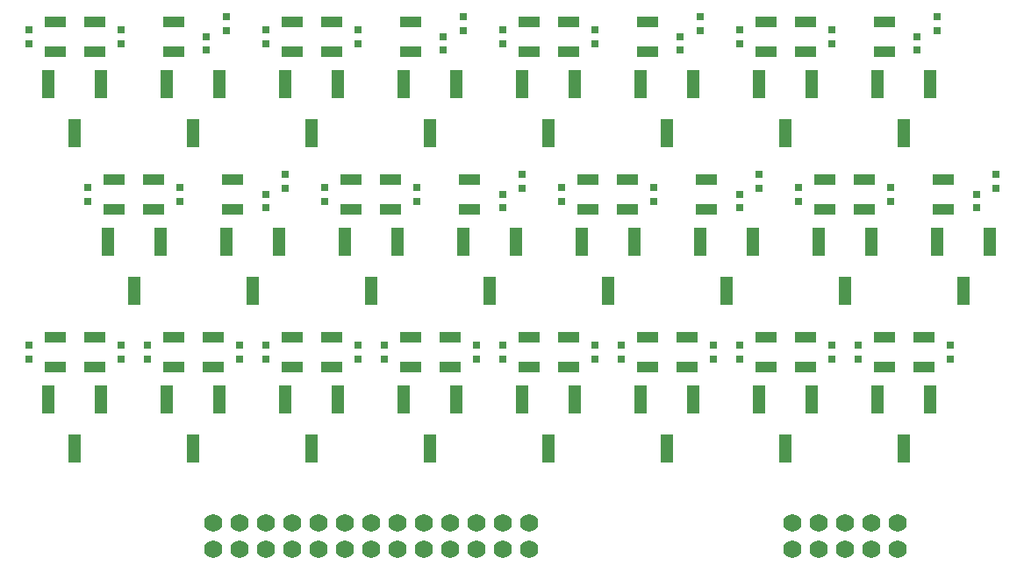
<source format=gts>
G04 (created by PCBNEW (2013-may-18)-stable) date 2014年03月20日 星期四 14时55分15秒*
%MOIN*%
G04 Gerber Fmt 3.4, Leading zero omitted, Abs format*
%FSLAX34Y34*%
G01*
G70*
G90*
G04 APERTURE LIST*
%ADD10C,0.00590551*%
%ADD11R,0.0314961X0.0275591*%
%ADD12R,0.0787402X0.0433071*%
%ADD13R,0.05X0.11*%
%ADD14C,0.0693*%
G04 APERTURE END LIST*
G54D10*
G54D11*
X83875Y-52869D03*
X83875Y-53380D03*
X87625Y-59880D03*
X87625Y-59369D03*
X83125Y-53619D03*
X83125Y-54130D03*
X97875Y-65369D03*
X97875Y-65880D03*
X76375Y-65880D03*
X76375Y-65369D03*
X79875Y-65369D03*
X79875Y-65880D03*
X94375Y-65880D03*
X94375Y-65369D03*
X101125Y-53619D03*
X101125Y-54130D03*
X78625Y-59880D03*
X78625Y-59369D03*
X82125Y-59369D03*
X82125Y-59880D03*
X101875Y-52869D03*
X101875Y-53380D03*
X86125Y-58869D03*
X86125Y-59380D03*
X85375Y-59619D03*
X85375Y-60130D03*
X93375Y-65369D03*
X93375Y-65880D03*
X89875Y-65880D03*
X89875Y-65369D03*
X76375Y-53880D03*
X76375Y-53369D03*
X79875Y-53369D03*
X79875Y-53880D03*
X88875Y-53369D03*
X88875Y-53880D03*
X80875Y-65880D03*
X80875Y-65369D03*
X84375Y-65369D03*
X84375Y-65880D03*
X85375Y-53880D03*
X85375Y-53369D03*
X94375Y-59619D03*
X94375Y-60130D03*
X92875Y-52869D03*
X92875Y-53380D03*
X92125Y-53619D03*
X92125Y-54130D03*
X95125Y-58869D03*
X95125Y-59380D03*
X85375Y-65880D03*
X85375Y-65369D03*
X88875Y-65369D03*
X88875Y-65880D03*
X91125Y-59369D03*
X91125Y-59880D03*
X96625Y-59880D03*
X96625Y-59369D03*
X74875Y-52869D03*
X74875Y-53380D03*
X74125Y-53619D03*
X74125Y-54130D03*
X67375Y-65880D03*
X67375Y-65369D03*
X70875Y-65369D03*
X70875Y-65880D03*
X102375Y-65369D03*
X102375Y-65880D03*
X98875Y-65880D03*
X98875Y-65369D03*
X69625Y-59880D03*
X69625Y-59369D03*
X73125Y-59369D03*
X73125Y-59880D03*
X97875Y-53369D03*
X97875Y-53880D03*
X94375Y-53880D03*
X94375Y-53369D03*
X77125Y-58869D03*
X77125Y-59380D03*
X76375Y-59619D03*
X76375Y-60130D03*
X103375Y-59619D03*
X103375Y-60130D03*
X67375Y-53880D03*
X67375Y-53369D03*
X70875Y-53369D03*
X70875Y-53880D03*
X104125Y-58869D03*
X104125Y-59380D03*
X100125Y-59369D03*
X100125Y-59880D03*
X75375Y-65369D03*
X75375Y-65880D03*
X71875Y-65880D03*
X71875Y-65369D03*
G54D12*
X95375Y-53054D03*
X95375Y-54195D03*
X99875Y-65054D03*
X99875Y-66195D03*
X95375Y-65054D03*
X95375Y-66195D03*
X90125Y-59054D03*
X90125Y-60195D03*
X96875Y-65054D03*
X96875Y-66195D03*
X101375Y-65054D03*
X101375Y-66195D03*
X88625Y-59054D03*
X88625Y-60195D03*
X99125Y-59054D03*
X99125Y-60195D03*
X93125Y-59054D03*
X93125Y-60195D03*
X92375Y-65054D03*
X92375Y-66195D03*
X99875Y-53054D03*
X99875Y-54195D03*
X97625Y-59054D03*
X97625Y-60195D03*
X96875Y-53054D03*
X96875Y-54195D03*
X87875Y-53054D03*
X87875Y-54195D03*
X86375Y-53054D03*
X86375Y-54195D03*
X90875Y-65054D03*
X90875Y-66195D03*
X102125Y-59054D03*
X102125Y-60195D03*
X87875Y-65054D03*
X87875Y-66195D03*
X68375Y-53054D03*
X68375Y-54195D03*
X69875Y-53054D03*
X69875Y-54195D03*
X74375Y-65054D03*
X74375Y-66195D03*
X72875Y-65054D03*
X72875Y-66195D03*
X75125Y-59054D03*
X75125Y-60195D03*
X81875Y-53054D03*
X81875Y-54195D03*
X78875Y-65054D03*
X78875Y-66195D03*
X77375Y-65054D03*
X77375Y-66195D03*
X70625Y-59054D03*
X70625Y-60195D03*
X81125Y-59054D03*
X81125Y-60195D03*
X79625Y-59054D03*
X79625Y-60195D03*
X72125Y-59054D03*
X72125Y-60195D03*
X84125Y-59054D03*
X84125Y-60195D03*
X78875Y-53054D03*
X78875Y-54195D03*
X68375Y-65054D03*
X68375Y-66195D03*
X77375Y-53054D03*
X77375Y-54195D03*
X69875Y-65054D03*
X69875Y-66195D03*
X83375Y-65054D03*
X83375Y-66195D03*
X86375Y-65054D03*
X86375Y-66195D03*
X72875Y-53054D03*
X72875Y-54195D03*
X90875Y-53054D03*
X90875Y-54195D03*
X81875Y-65054D03*
X81875Y-66195D03*
G54D13*
X69125Y-69275D03*
X70125Y-67425D03*
X68125Y-67425D03*
X73625Y-57275D03*
X74625Y-55425D03*
X72625Y-55425D03*
X69125Y-57275D03*
X70125Y-55425D03*
X68125Y-55425D03*
X100625Y-69275D03*
X101625Y-67425D03*
X99625Y-67425D03*
X102875Y-63275D03*
X103875Y-61425D03*
X101875Y-61425D03*
X71375Y-63275D03*
X72375Y-61425D03*
X70375Y-61425D03*
X75875Y-63275D03*
X76875Y-61425D03*
X74875Y-61425D03*
X96125Y-57275D03*
X97125Y-55425D03*
X95125Y-55425D03*
X98375Y-63275D03*
X99375Y-61425D03*
X97375Y-61425D03*
X73625Y-69275D03*
X74625Y-67425D03*
X72625Y-67425D03*
X82625Y-57275D03*
X83625Y-55425D03*
X81625Y-55425D03*
X96125Y-69275D03*
X97125Y-67425D03*
X95125Y-67425D03*
X78125Y-69275D03*
X79125Y-67425D03*
X77125Y-67425D03*
X100625Y-57275D03*
X101625Y-55425D03*
X99625Y-55425D03*
X80375Y-63275D03*
X81375Y-61425D03*
X79375Y-61425D03*
X91625Y-69275D03*
X92625Y-67425D03*
X90625Y-67425D03*
X84875Y-63275D03*
X85875Y-61425D03*
X83875Y-61425D03*
X78125Y-57275D03*
X79125Y-55425D03*
X77125Y-55425D03*
X87125Y-57275D03*
X88125Y-55425D03*
X86125Y-55425D03*
X82625Y-69275D03*
X83625Y-67425D03*
X81625Y-67425D03*
X93875Y-63275D03*
X94875Y-61425D03*
X92875Y-61425D03*
X91625Y-57275D03*
X92625Y-55425D03*
X90625Y-55425D03*
X87125Y-69275D03*
X88125Y-67425D03*
X86125Y-67425D03*
X89375Y-63275D03*
X90375Y-61425D03*
X88375Y-61425D03*
G54D14*
X74375Y-73125D03*
X74375Y-72125D03*
X77375Y-73125D03*
X77375Y-72125D03*
X78375Y-73125D03*
X78375Y-72125D03*
X86375Y-72125D03*
X86375Y-73125D03*
X85375Y-72125D03*
X85375Y-73125D03*
X84375Y-72125D03*
X84375Y-73125D03*
X83375Y-72125D03*
X83375Y-73125D03*
X82375Y-72125D03*
X82375Y-73125D03*
X81375Y-72125D03*
X81375Y-73125D03*
X80375Y-72125D03*
X80375Y-73125D03*
X79375Y-72125D03*
X79375Y-73125D03*
X76375Y-72125D03*
X76375Y-73125D03*
X75375Y-72125D03*
X75375Y-73125D03*
X96375Y-73125D03*
X96375Y-72125D03*
X97375Y-73125D03*
X97375Y-72125D03*
X98375Y-73125D03*
X98375Y-72125D03*
X99375Y-73125D03*
X99375Y-72125D03*
X100375Y-73125D03*
X100375Y-72125D03*
M02*

</source>
